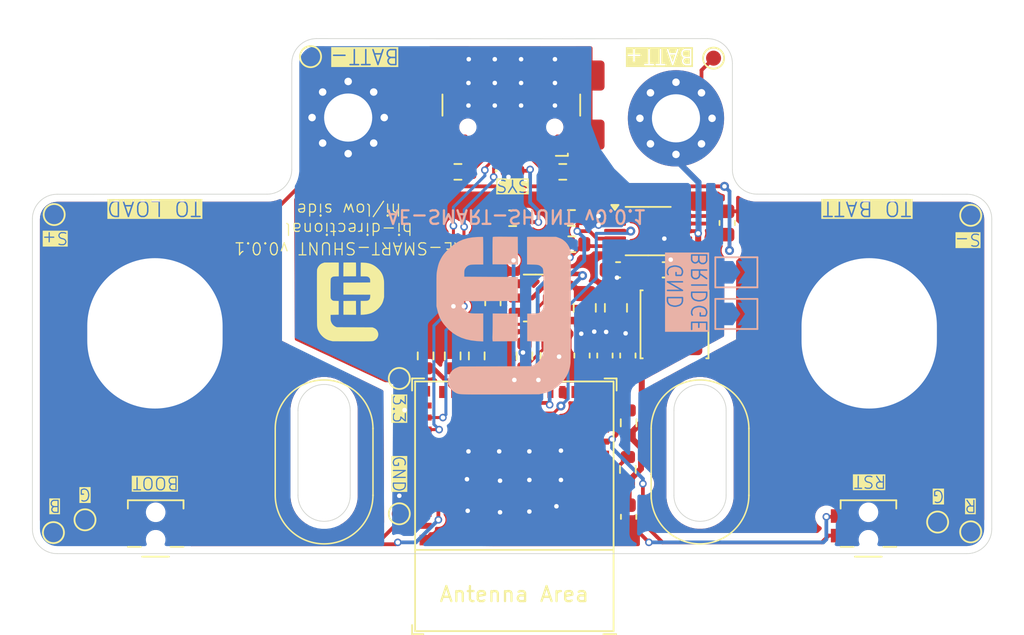
<source format=kicad_pcb>
(kicad_pcb (version 20241229) (generator "pcbnew") (generator_version "9.0")
  (title_block (title "AE-Smart-Shunt") (date "2024-11-20") (rev "v0.0.1") (company "Ace's Electronics"))
  (layers (0 "F.Cu" signal) (2 "B.Cu" signal) (13 "F.Paste" user) (15 "B.Paste" user) (5 "F.SilkS" user "F.Silkscreen") (7 "B.SilkS" user "B.Silkscreen") (1 "F.Mask" user) (3 "B.Mask" user) (25 "Edge.Cuts" user))
  (net 0 "")
  (net 1 "USBD-")
  (net 2 "USBD+")
  (net 3 "USB_VBUS")
  (net 4 "Net-(J4-CC2)")
  (net 6 "Net-(J4-CC1)")
  (net 8 "LED")
  (net 9 "Net-(U1-EN{slash}CHIP_PU)")
  (net 10 "Net-(U1-GPIO2{slash}ADC1_CH2)")
  (net 11 "Net-(U1-GPIO8)")
  (net 12 "Net-(U1-GPIO9)")
  (net 13 "ALERT")
  (net 14 "Net-(U5-VBST)")
  (net 15 "Net-(U5-SW)")
  (net 16 "SHUNT-")
  (net 34 "SCL")
  (net 35 "+3.3V")
  (net 36 "SDA")
  (net 37 "GND")
  (net 38 "BATTV")
  (net 40 "SHUNT+")
  (net 43 "Net-(D1-A)")
  (net 44 "Net-(U5-VFB)")
  (footprint "PCM_Espressif:ESP32-C3-MINI-1" (layer "F.Cu") (at 142.65 91.500001 180)
    (property "Reference" "U1" (hide yes))
    (property "Value" "ESP32-C3-MINI-1" (hide yes))
  )
  (footprint "TestPoint:TestPoint_Pad_D1.0mm" (layer "F.Cu") (at 129.1 61.6)
    (property "Reference" "TP4" (hide yes))
    (property "Value" "TestPoint")
  )
  (footprint "Capacitor_SMD:C_0603_1608Metric" (layer "F.Cu") (at 150.25 92.2 -90)
    (property "Reference" "C5" (hide yes))
    (property "Value" "100nF" (hide yes))
  )
  (footprint "Resistor_SMD:R_0603_1608Metric" (layer "F.Cu") (at 146.45 72.325)
    (property "Reference" "R3" (hide yes))
    (property "Value" "5.1k" (hide yes))
  )
  (footprint "TestPoint:TestPoint_Pad_D1.0mm" (layer "F.Cu") (at 112.05 72.1)
    (property "Reference" "TP7" (hide yes))
    (property "Value" "TestPoint")
  )
  (footprint "Inductor_SMD:L_APV_ANR4030" (layer "F.Cu") (at 153.3 79.4 -90)
    (property "Reference" "L1" (hide yes))
    (property "Value" "3.3uH")
  )
  (footprint "Resistor_SMD:R_0603_1608Metric" (layer "F.Cu") (at 144.925 81.525 90)
    (property "Reference" "R11" (hide yes))
    (property "Value" "33.2k")
  )
  (footprint "TestPoint:TestPoint_Pad_D1.0mm" (layer "F.Cu") (at 170.8 92.55)
    (property "Reference" "TP4" (hide yes))
    (property "Value" "TestPoint")
  )
  (footprint "Resistor_SMD:R_0603_1608Metric" (layer "F.Cu") (at 142.537893 72.343386)
    (property "Reference" "R1" (hide yes))
    (property "Value" "10k" (hide yes))
  )
  (footprint "LED_SMD:LED_0402_1005Metric" (layer "F.Cu") (at 142.53 69.19)
    (property "Reference" "D1" (hide yes))
    (property "Value" "Green_LED" (hide yes))
  )
  (footprint "Resistor_SMD:R_0603_1608Metric" (layer "F.Cu") (at 138.9 69.26)
    (property "Reference" "R10" (hide yes))
    (property "Value" "5.1k")
  )
  (footprint "TestPoint:TestPoint_Pad_D1.0mm" (layer "F.Cu") (at 173 72.15)
    (property "Reference" "TP6" (hide yes))
    (property "Value" "TestPoint")
  )
  (footprint "TestPoint:TestPoint_Pad_D1.0mm" (layer "F.Cu") (at 135 83)
    (property "Reference" "TP9" (hide yes))
    (property "Value" "TestPoint")
  )
  (footprint "Capacitor_SMD:C_0603_1608Metric" (layer "F.Cu") (at 147.15 81.475 90)
    (property "Reference" "C10" (hide yes))
    (property "Value" "22uF")
  )
  (footprint "Acea:MountingHole_10.5mm" (layer "F.Cu") (at 118.75 80)
    (property "Reference" "J1" (hide yes))
    (property "Value" "SHUNT +" (hide yes))
  )
  (footprint "Resistor_SMD:R_0603_1608Metric" (layer "F.Cu") (at 140.15 81.5 -90)
    (property "Reference" "R4" (hide yes))
    (property "Value" "5.1k")
  )
  (footprint "Resistor_SMD:R_0603_1608Metric" (layer "F.Cu") (at 138.55 81.5 -90)
    (property "Reference" "R7" (hide yes))
    (property "Value" "10k")
  )
  (footprint "TestPoint:TestPoint_Pad_D1.0mm" (layer "F.Cu") (at 155.9 61.7)
    (property "Reference" "TP3" (hide yes))
    (property "Value" "TestPoint")
  )
  (footprint "TestPoint:TestPoint_Pad_D1.0mm" (layer "F.Cu") (at 112 93.25)
    (property "Reference" "TP5" (hide yes))
    (property "Value" "TestPoint")
  )
  (footprint "TestPoint:TestPoint_Pad_D1.0mm" (layer "F.Cu") (at 173 93.2)
    (property "Reference" "TP8" (hide yes))
    (property "Value" "TestPoint")
  )
  (footprint "MountingHole:MountingHole_3.2mm_M3_Pad_Via" (layer "F.Cu") (at 131.6 65.65)
    (property "Reference" "J5" (hide yes))
    (property "Value" "GND" (hide yes))
  )
  (footprint "Package_TO_SOT_SMD:SOT-23-6" (layer "F.Cu") (at 144.075 77.65 180)
    (property "Reference" "U5" (hide yes))
    (property "Value" "TPS562201")
  )
  (footprint "Capacitor_SMD:C_0805_2012Metric" (layer "F.Cu") (at 147.332467 78.304108 -90)
    (property "Reference" "C6" (hide yes))
    (property "Value" "10uF")
  )
  (footprint "Acea:ALPSALPINE-SKSCLBE010_C115361" (layer "F.Cu") (at 118.8 92.8 180)
    (property "Reference" "SW2" (hide yes))
    (property "Value" "SW_Push" (hide yes))
  )
  (footprint "Capacitor_SMD:C_0603_1608Metric" (layer "F.Cu") (at 156.806727 72.660548 -90)
    (property "Reference" "C8" (hide yes))
    (property "Value" "100nF")
  )
  (footprint "Capacitor_SMD:C_0603_1608Metric" (layer "F.Cu") (at 141.225 78 -90)
    (property "Reference" "C7" (hide yes))
    (property "Value" "100nF")
  )
  (footprint "Capacitor_SMD:C_0603_1608Metric" (layer "F.Cu") (at 150.2 81.475 90)
    (property "Reference" "C3" (hide yes))
    (property "Value" "22uF")
  )
  (footprint "Capacitor_SMD:C_0805_2012Metric" (layer "F.Cu") (at 149.407467 78.304108 -90)
    (property "Reference" "C4" (hide yes))
    (property "Value" "10uF")
  )
  (footprint "Resistor_SMD:R_0603_1608Metric" (layer "F.Cu") (at 136.75 81.5 -90)
    (property "Reference" "R8" (hide yes))
    (property "Value" "10k" (hide yes))
  )
  (footprint "Capacitor_SMD:C_0603_1608Metric" (layer "F.Cu") (at 149.55 75.775 180)
    (property "Reference" "C1" (hide yes))
    (property "Value" "10uF" (hide yes))
  )
  (footprint "Acea:MountingHole_10.5mm" (layer "F.Cu") (at 166.25 80)
    (property "Reference" "J2" (hide yes))
    (property "Value" "SHUNT -" (hide yes))
  )
  (footprint "Acea:ae_5mm" (layer "F.Cu") (at 131.775 77.85 180)
    (property "Reference" "G***" (hide yes))
    (property "Value" "LOGO" (hide yes))
  )
  (footprint "MountingHole:MountingHole_3.2mm_M3_Pad_Via" (layer "F.Cu") (at 153.4 65.7)
    (property "Reference" "J3" (hide yes))
    (property "Value" "VIn" (hide yes))
  )
  (footprint "Capacitor_SMD:C_0603_1608Metric" (layer "F.Cu") (at 152.65 75.775)
    (property "Reference" "C2" (hide yes))
    (property "Value" "100nF" (hide yes))
  )
  (footprint "Resistor_SMD:R_0603_1608Metric" (layer "F.Cu") (at 150.2 89.05 90)
    (property "Reference" "R6" (hide yes))
    (property "Value" "10k")
  )
  (footprint "Connector_USB:USB_C_Receptacle_GCT_USB4110" (layer "F.Cu") (at 142.45 63.68 180)
    (property "Reference" "J4" (hide yes))
    (property "Value" "USB_C_Receptacle_USB2.0")
  )
  (footprint "Package_SO:VSSOP-10_3x3mm_P0.5mm" (layer "F.Cu") (at 151.55 73.2)
    (property "Reference" "U4" (hide yes))
    (property "Value" "INA226" (hide yes))
  )
  (footprint "Acea:ALPSALPINE-SKSCLBE010_C115361" (layer "F.Cu") (at 166.2 92.8 180)
    (property "Reference" "SW1" (hide yes))
    (property "Value" "SW_Push" (hide yes))
  )
  (footprint "Resistor_SMD:R_0603_1608Metric" (layer "F.Cu") (at 143.325 81.5 90)
    (property "Reference" "R12" (hide yes))
    (property "Value" "10k")
  )
  (footprint "TestPoint:TestPoint_Pad_D1.0mm" (layer "F.Cu") (at 114.1 92.4)
    (property "Reference" "TP4" (hide yes))
    (property "Value" "TestPoint")
  )
  (footprint "Resistor_SMD:R_0603_1608Metric" (layer "F.Cu") (at 145.87 69.26 180)
    (property "Reference" "R9" (hide yes))
    (property "Value" "5.1k")
  )
  (footprint "TestPoint:TestPoint_Pad_D1.0mm" (layer "F.Cu") (at 135 92)
    (property "Reference" "TP4" (hide yes))
    (property "Value" "TestPoint")
  )
  (footprint "Resistor_SMD:R_0603_1608Metric" (layer "F.Cu") (at 150.25 85.95 90)
    (property "Reference" "R5" (hide yes))
    (property "Value" "10k")
  )
  (footprint "Resistor_SMD:R_0603_1608Metric" (layer "F.Cu") (at 146.475 74.075)
    (property "Reference" "R2" (hide yes))
    (property "Value" "5.1k" (hide yes))
  )
  (footprint "Capacitor_SMD:C_0603_1608Metric" (layer "F.Cu") (at 148.675 81.475 90)
    (property "Reference" "C9" (hide yes))
    (property "Value" "22uF")
  )
  (footprint "Acea:ae_10mm" (layer "B.Cu") (at 141.9 78.7)
    (property "Reference" "G***" (hide yes))
    (property "Value" "LOGO" (hide yes))
  )
  (footprint "Jumper:SolderJumper-2_P1.3mm_Open_TrianglePad1.0x1.5mm" (layer "B.Cu") (at 157.415001 78.71)
    (property "Reference" "JP1" (hide yes))
    (property "Value" "SolderJumper_2_Open")
  )
  (footprint "Jumper:SolderJumper-2_P1.3mm_Open_TrianglePad1.0x1.5mm" (layer "B.Cu") (at 157.415001 75.94)
    (property "Reference" "JP1" (hide yes))
    (property "Value" "SolderJumper_2_Open")
  )
  (gr_line (start 158.25 90.8) (end 158.25 86.3) (stroke (width 0.1)) (layer "F.SilkS"))
  (gr_line (start 126.75 90.8) (end 126.75 86.3) (stroke (width 0.1)) (layer "F.SilkS"))
  (gr_arc (start 151.75 86.35) (mid 155 83.1) (end 158.25 86.35) (stroke (width 0.1)) (layer "F.SilkS"))
  (gr_line (start 133.25 90.8) (end 133.25 86.3) (stroke (width 0.1)) (layer "F.SilkS"))
  (gr_line (start 151.75 91) (end 151.75 86.3) (stroke (width 0.1)) (layer "F.SilkS"))
  (gr_arc (start 126.75 86.35) (mid 130 83.1) (end 133.25 86.35) (stroke (width 0.1)) (layer "F.SilkS"))
  (gr_arc (start 133.25 90.75) (mid 130 94) (end 126.75 90.75) (stroke (width 0.1)) (layer "F.SilkS"))
  (gr_arc (start 158.249432 90.749999) (mid 154.999432 93.999999) (end 151.749432 90.749999) (stroke (width 0.1)) (layer "F.SilkS"))
  (gr_line (start 128.263288 90.763288) (end 128.263288 85.136712) (stroke (width 0.05)) (layer "Edge.Cuts"))
  (gr_arc (start 112.25 94.65) (mid 111.083274 94.166726) (end 110.6 93) (stroke (width 0.05)) (layer "Edge.Cuts"))
  (gr_arc (start 155.5 60.4) (mid 156.666726 60.883274) (end 157.15 62.05) (stroke (width 0.05)) (layer "Edge.Cuts"))
  (gr_arc (start 172.75 70.75) (mid 173.916726 71.233274) (end 174.4 72.4) (stroke (width 0.05)) (layer "Edge.Cuts"))
  (gr_arc (start 131.736712 90.763288) (mid 130 92.5) (end 128.263288 90.763288) (stroke (width 0.05)) (layer "Edge.Cuts"))
  (gr_arc (start 158.799369 70.743179) (mid 157.633302 70.260395) (end 157.149778 69.094635) (stroke (width 0.05)) (layer "Edge.Cuts"))
  (gr_line (start 155.5 60.4) (end 145.85 60.40768) (stroke (width 0.05)) (layer "Edge.Cuts"))
  (gr_line (start 174.4 72.4) (end 174.4 93) (stroke (width 0.05)) (layer "Edge.Cuts"))
  (gr_line (start 156.736712 90.763288) (end 156.736712 85.136712) (stroke (width 0.05)) (layer "Edge.Cuts"))
  (gr_arc (start 128.263288 85.136712) (mid 130 83.4) (end 131.736712 85.136712) (stroke (width 0.05)) (layer "Edge.Cuts"))
  (gr_line (start 131.736712 90.763288) (end 131.736712 85.136712) (stroke (width 0.05)) (layer "Edge.Cuts"))
  (gr_line (start 110.6 93) (end 110.6 72.4) (stroke (width 0.05)) (layer "Edge.Cuts"))
  (gr_arc (start 127.85 62.05) (mid 128.333274 60.883274) (end 129.5 60.4) (stroke (width 0.05)) (layer "Edge.Cuts"))
  (gr_arc (start 110.6 72.4) (mid 111.083274 71.233274) (end 112.25 70.75) (stroke (width 0.05)) (layer "Edge.Cuts"))
  (gr_arc (start 153.263288 85.136712) (mid 155 83.4) (end 156.736712 85.136712) (stroke (width 0.05)) (layer "Edge.Cuts"))
  (gr_line (start 153.263288 90.763288) (end 153.263288 85.136712) (stroke (width 0.05)) (layer "Edge.Cuts"))
  (gr_line (start 158.799369 70.743179) (end 172.75 70.75) (stroke (width 0.05)) (layer "Edge.Cuts"))
  (gr_line (start 126.199906 70.745378) (end 112.25 70.75) (stroke (width 0.05)) (layer "Edge.Cuts"))
  (gr_line (start 145.85 60.40768) (end 129.5 60.4) (stroke (width 0.05)) (layer "Edge.Cuts"))
  (gr_arc (start 127.849284 69.098141) (mid 127.365436 70.263043) (end 126.199906 70.745378) (stroke (width 0.05)) (layer "Edge.Cuts"))
  (gr_arc (start 156.736712 90.763288) (mid 155 92.5) (end 153.263288 90.763288) (stroke (width 0.05)) (layer "Edge.Cuts"))
  (gr_line (start 157.15 62.05) (end 157.149778 69.094635) (stroke (width 0.05)) (layer "Edge.Cuts"))
  (gr_line (start 127.85 62.05) (end 127.849284 69.098141) (stroke (width 0.05)) (layer "Edge.Cuts"))
  (gr_line (start 172.74232 94.650011) (end 112.24232 94.650011) (stroke (width 0.05)) (layer "Edge.Cuts"))
  (gr_arc (start 174.4 93) (mid 173.916726 94.166726) (end 172.75 94.65) (stroke (width 0.05)) (layer "Edge.Cuts"))
  (gr_text "JLCJLCJLCJLC" (at 162.875 87.775 180) (layer "B.Cu") (effects (font (size 0.8 0.8) (thickness 0.15) (bold yes)) (justify left bottom mirror)))
  (gr_text "3.3" (at 134.5 85.025 270) (layer "F.SilkS" knockout) (effects (font (size 0.8 0.8) (thickness 0.08)) (justify bottom)))
  (gr_text "TO BATT" (at 166.1 71.1 180) (layer "F.SilkS" knockout) (effects (font (size 1 1) (thickness 0.1)) (justify bottom)))
  (gr_text "RST" (at 166.3 89.4 180) (layer "F.SilkS" knockout) (effects (font (size 0.8 0.8) (thickness 0.08)) (justify bottom)))
  (gr_text "R" (at 173 91 180) (layer "F.SilkS" knockout) (effects (font (size 0.8 0.8) (thickness 0.08)) (justify bottom)))
  (gr_text "S-" (at 172.8 73.3 180) (layer "F.SilkS" knockout) (effects (font (size 0.8 0.8) (thickness 0.08)) (justify bottom)))
  (gr_text "S+" (at 112.1 73.2 180) (layer "F.SilkS" knockout) (effects (font (size 0.8 0.8) (thickness 0.08)) (justify bottom)))
  (gr_text "AE-SMART-SHUNT v0.0.1\nbi-directional\nhi/low side" (at 131.65 71.3 180) (layer "F.SilkS") (effects (font (size 0.8 0.8) (thickness 0.08)) (justify bottom)))
  (gr_text "BOOT" (at 118.8 89.5 180) (layer "F.SilkS" knockout) (effects (font (size 0.8 0.8) (thickness 0.08)) (justify bottom)))
  (gr_text "TO LOAD" (at 118.7 71.1 180) (layer "F.SilkS" knockout) (effects (font (size 1 1) (thickness 0.1)) (justify bottom)))
  (gr_text "B" (at 112.1 91 180) (layer "F.SilkS" knockout) (effects (font (size 0.8 0.8) (thickness 0.08)) (justify bottom)))
  (gr_text "BATT+" (at 152.3 61 180) (layer "F.SilkS" knockout) (effects (font (size 1 1) (thickness 0.1)) (justify bottom)))
  (gr_text "SYS" (at 142.53 69.72 180) (layer "F.SilkS" knockout) (effects (font (size 0.8 0.8) (thickness 0.09)) (justify bottom)))
  (gr_text "G" (at 170.85 90.35 180) (layer "F.SilkS" knockout) (effects (font (size 0.8 0.8) (thickness 0.08)) (justify bottom)))
  (gr_text "BATT-" (at 132.7 61 180) (layer "F.SilkS" knockout) (effects (font (size 1 1) (thickness 0.1)) (justify bottom)))
  (gr_text "GND" (at 134.5 89.35 270) (layer "F.SilkS" knockout) (effects (font (size 0.8 0.8) (thickness 0.08)) (justify bottom)))
  (gr_text "G" (at 114.1 90.25 180) (layer "F.SilkS" knockout) (effects (font (size 0.8 0.8) (thickness 0.08)) (justify bottom)))
  (gr_text "GND \nBRIDGE" (at 155.57 77.24 90) (layer "B.SilkS" knockout) (effects (font (size 1 1) (thickness 0.1)) (justify bottom mirror)))
  (gr_text "AE-SMART-SHUNT v0.0.1" (at 134.1 71.7 180) (layer "B.SilkS") (effects (font (size 0.9 0.9)) (justify left bottom mirror)))
  (segment (start 137.9 85.6) (end 136.750001 85.6) (width 0.2) (layer "F.Cu") (net 1))
  (segment (start 143.2 67.36) (end 143.2 67.968824) (width 0.2) (layer "F.Cu") (net 1))
  (segment (start 141.707638 68.569) (end 141.901 68.569) (width 0.2) (layer "F.Cu") (net 1))
  (segment (start 139.309885 72.917934) (end 139.300003 72.927816) (width 0.2) (layer "F.Cu") (net 1))
  (segment (start 141.275 69.6) (end 141.275 69.001638) (width 0.2) (layer "F.Cu") (net 1))
  (segment (start 143.2 67.968824) (end 142.932824 68.236) (width 0.2) (layer "F.Cu") (net 1))
  (segment (start 141.901 68.569) (end 142.350588 68.119412) (width 0.2) (layer "F.Cu") (net 1))
  (segment (start 142.2 67.968824) (end 142.2 67.36) (width 0.2) (layer "F.Cu") (net 1))
  (segment (start 139.300003 72.927816) (end 139.300003 78.2) (width 0.2) (layer "F.Cu") (net 1))
  (segment (start 142.350588 68.119412) (end 142.2 67.968824) (width 0.2) (layer "F.Cu") (net 1))
  (segment (start 142.467176 68.236) (end 142.350588 68.119412) (width 0.2) (layer "F.Cu") (net 1))
  (segment (start 142.932824 68.236) (end 142.467176 68.236) (width 0.2) (layer "F.Cu") (net 1))
  (segment (start 141.275 69.001638) (end 141.707638 68.569) (width 0.2) (layer "F.Cu") (net 1))
  (via (at 141.275 69.6) (size 0.5) (drill 0.3) (layers "F.Cu" "B.Cu") (net 1))
  (via (at 139.300003 78.2) (size 0.5) (drill 0.3) (layers "F.Cu" "B.Cu") (net 1))
  (via (at 139.309885 72.917934) (size 0.5) (drill 0.3) (layers "F.Cu" "B.Cu") (net 1))
  (via (at 137.9 85.6) (size 0.5) (drill 0.3) (layers "F.Cu" "B.Cu") (net 1))
  (segment (start 139.325 72.902819) (end 139.309885 72.917934) (width 0.2) (layer "B.Cu") (net 1))
  (segment (start 139.300003 78.2) (end 139.300003 78.599997) (width 0.2) (layer "B.Cu") (net 1))
  (segment (start 139.300003 78.599997) (end 138.1 79.8) (width 0.2) (layer "B.Cu") (net 1))
  (segment (start 139.325 71.775) (end 139.325 72.902819) (width 0.2) (layer "B.Cu") (net 1))
  (segment (start 141.275 69.825) (end 139.325 71.775) (width 0.2) (layer "B.Cu") (net 1))
  (segment (start 138.1 79.8) (end 138.1 85.4) (width 0.2) (layer "B.Cu") (net 1))
  (segment (start 141.275 69.6) (end 141.275 69.825) (width 0.2) (layer "B.Cu") (net 1))
  (segment (start 138.1 85.4) (end 137.9 85.6) (width 0.2) (layer "B.Cu") (net 1))
  (segment (start 140.646898 69.06264) (end 141.7 68.009538) (width 0.2) (layer "F.Cu") (net 2))
  (segment (start 140.690214 69.143316) (end 140.646898 69.1) (width 0.2) (layer "F.Cu") (net 2))
  (segment (start 142.7 67.36) (end 142.7 66.751176) (width 0.2) (layer "F.Cu") (net 2))
  (segment (start 140.646898 69.1) (end 140.646898 69.06264) (width 0.2) (layer "F.Cu") (net 2))
  (segment (start 142.432824 66.484) (end 141.967176 66.484) (width 0.2) (layer "F.Cu") (net 2))
  (segment (start 141.967176 66.484) (end 141.7 66.751176) (width 0.2) (layer "F.Cu") (net 2))
  (segment (start 141.7 68.009538) (end 141.7 67.36) (width 0.2) (layer "F.Cu") (net 2))
  (segment (start 142.7 66.751176) (end 142.432824 66.484) (width 0.2) (layer "F.Cu") (net 2))
  (segment (start 137.65 86.4) (end 136.75 86.4) (width 0.2) (layer "F.Cu") (net 2))
  (segment (start 138.6 72.85) (end 138.6 78.2) (width 0.2) (layer "F.Cu") (net 2))
  (segment (start 141.7 66.751176) (end 141.7 67.36) (width 0.2) (layer "F.Cu") (net 2))
  (via (at 138.6 78.2) (size 0.5) (drill 0.3) (layers "F.Cu" "B.Cu") (net 2))
  (via (at 140.690214 69.143316) (size 0.5) (drill 0.3) (layers "F.Cu" "B.Cu") (net 2))
  (via (at 137.65 86.4) (size 0.5) (drill 0.3) (layers "F.Cu" "B.Cu") (net 2))
  (via (at 138.6 72.85) (size 0.5) (drill 0.3) (layers "F.Cu" "B.Cu") (net 2))
  (segment (start 137.65 86.4) (end 137.3 86.05) (width 0.2) (layer "B.Cu") (net 2))
  (segment (start 140.690214 69.143316) (end 140.690214 69.520578) (width 0.2) (layer "B.Cu") (net 2))
  (segment (start 137.3 79.5) (end 138.6 78.2) (width 0.2) (layer "B.Cu") (net 2))
  (segment (start 137.3 86.05) (end 137.3 79.5) (width 0.2) (layer "B.Cu") (net 2))
  (segment (start 138.6 71.610792) (end 138.6 72.85) (width 0.2) (layer "B.Cu") (net 2))
  (segment (start 140.690214 69.520578) (end 138.6 71.610792) (width 0.2) (layer "B.Cu") (net 2))
  (segment (start 144.061281 66.033) (end 144.85 66.821719) (width 0.3) (layer "F.Cu") (net 3))
  (segment (start 140.847466 66.033) (end 144.061281 66.033) (width 0.3) (layer "F.Cu") (net 3))
  (segment (start 144.85 66.821719) (end 144.85 67.36) (width 0.3) (layer "F.Cu") (net 3))
  (segment (start 140.05 66.830466) (end 140.847466 66.033) (width 0.3) (layer "F.Cu") (net 3))
  (segment (start 140.05 67.36) (end 140.05 66.830466) (width 0.3) (layer "F.Cu") (net 3))
  (segment (start 140.7 67.36) (end 140.7 68.285) (width 0.3) (layer "F.Cu") (net 4))
  (segment (start 140.7 68.285) (end 139.725 69.26) (width 0.3) (layer "F.Cu") (net 4))
  (segment (start 144.72 69.26) (end 145.045 69.26) (width 0.3) (layer "F.Cu") (net 6))
  (segment (start 143.7 68.24) (end 144.72 69.26) (width 0.3) (layer "F.Cu") (net 6))
  (segment (start 143.7 67.359999) (end 143.7 68.24) (width 0.3) (layer "F.Cu") (net 6))
  (segment (start 141.715 74.265) (end 141.715 72.345493) (width 0.25) (layer "F.Cu") (net 8))
  (segment (start 142.65 83.1) (end 142.65 84.149999) (width 0.25) (layer "F.Cu") (net 8))
  (segment (start 142.6 75.15) (end 141.715 74.265) (width 0.25) (layer "F.Cu") (net 8))
  (via (at 142.6 75.15) (size 0.5) (drill 0.3) (layers "F.Cu" "B.Cu") (net 8))
  (via (at 142.65 83.1) (size 0.5) (drill 0.3) (layers "F.Cu" "B.Cu") (net 8))
  (segment (start 142.6 83.05) (end 142.6 75.15) (width 0.25) (layer "B.Cu") (net 8))
  (segment (start 142.65 83.1) (end 142.6 83.05) (width 0.25) (layer "B.Cu") (net 8))
  (segment (start 172.3 93.9) (end 173 93.2) (width 0.25) (layer "F.Cu") (net 9))
  (segment (start 151.2 92.6) (end 151.2 90) (width 0.25) (layer "F.Cu") (net 9))
  (segment (start 163.55 93.45) (end 163.1 93.9) (width 0.25) (layer "F.Cu") (net 9))
  (segment (start 149.45 86.75) (end 149.45 85.925) (width 0.25) (layer "F.Cu") (net 9))
  (segment (start 168.45 93.9) (end 172.3 93.9) (width 0.25) (layer "F.Cu") (net 9))
  (segment (start 149.45 85.925) (end 150.25 85.125) (width 0.25) (layer "F.Cu") (net 9))
  (segment (start 163.1 93.9) (end 152.5 93.9) (width 0.25) (layer "F.Cu") (net 9))
  (segment (start 168 93.45) (end 167.05 93.45) (width 0.25) (layer "F.Cu") (net 9))
  (segment (start 164.9 92.95) (end 164.4 93.45) (width 0.25) (layer "F.Cu") (net 9))
  (segment (start 148.999999 87.200001) (end 149.45 86.75) (width 0.25) (layer "F.Cu") (net 9))
  (segment (start 166.55 92.95) (end 164.9 92.95) (width 0.25) (layer "F.Cu") (net 9))
  (segment (start 164.4 93.45) (end 163.55 93.45) (width 0.25) (layer "F.Cu") (net 9))
  (segment (start 152.5 93.9) (end 151.2 92.6) (width 0.25) (layer "F.Cu") (net 9))
  (segment (start 167.05 93.45) (end 166.55 92.95) (width 0.25) (layer "F.Cu") (net 9))
  (segment (start 148.55 87.200001) (end 148.999999 87.200001) (width 0.25) (layer "F.Cu") (net 9))
  (segment (start 168 93.45) (end 168.45 93.9) (width 0.25) (layer "F.Cu") (net 9))
  (via (at 149.15 87.05) (size 0.5) (drill 0.3) (layers "F.Cu" "B.Cu") (net 9))
  (via (at 151.2 90) (size 0.5) (drill 0.3) (layers "F.Cu" "B.Cu") (net 9))
  (segment (start 149.15 87.622073) (end 151.2 89.672073) (width 0.25) (layer "B.Cu") (net 9))
  (segment (start 149.15 87.05) (end 149.15 87.622073) (width 0.25) (layer "B.Cu") (net 9))
  (segment (start 151.2 89.672073) (end 151.2 90) (width 0.25) (layer "B.Cu") (net 9))
  (segment (start 148.824999 89.600001) (end 150.2 88.225) (width 0.25) (layer "F.Cu") (net 10))
  (segment (start 139.45 83.1) (end 138.8 82.45) (width 0.3) (layer "F.Cu") (net 11))
  (segment (start 139.45 84.15) (end 139.45 83.1) (width 0.3) (layer "F.Cu") (net 11))
  (segment (start 136.8 82.275) (end 137.225 82.275) (width 0.3) (layer "F.Cu") (net 12))
  (segment (start 138.649999 86.363172) (end 138.649999 84.15) (width 0.25) (layer "F.Cu") (net 12))
  (segment (start 137.6 87.413171) (end 138.649999 86.363172) (width 0.25) (layer "F.Cu") (net 12))
  (segment (start 117.5 92.95) (end 120.1 92.95) (width 0.25) (layer "F.Cu") (net 12))
  (segment (start 137.6 92.399998) (end 137.6 87.413171) (width 0.25) (layer "F.Cu") (net 12))
  (segment (start 112 93.25) (end 112.55 93.8) (width 0.25) (layer "F.Cu") (net 12))
  (segment (start 117 93.45) (end 117.5 92.95) (width 0.25) (layer "F.Cu") (net 12))
  (segment (start 134.775 94.025011) (end 121.175011 94.025011) (width 0.25) (layer "F.Cu") (net 12))
  (segment (start 138.401 83.451) (end 138.649999 83.699999) (width 0.3) (layer "F.Cu") (net 12))
  (segment (start 134.9 93.900011) (end 134.775 94.025011) (width 0.25) (layer "F.Cu") (net 12))
  (segment (start 138.099001 83.149001) (end 138.401 83.149001) (width 0.3) (layer "F.Cu") (net 12))
  (segment (start 112.55 93.8) (end 116.65 93.8) (width 0.25) (layer "F.Cu") (net 12))
  (segment (start 121.175011 94.025011) (end 120.6 93.45) (width 0.25) (layer "F.Cu") (net 12))
  (segment (start 137.225 82.275) (end 138.099001 83.149001) (width 0.3) (layer "F.Cu") (net 12))
  (segment (start 116.65 93.8) (end 117 93.45) (width 0.25) (layer "F.Cu") (net 12))
  (segment (start 137.600002 92.4) (end 137.6 92.399998) (width 0.25) (layer "F.Cu") (net 12))
  (segment (start 138.401 83.149001) (end 138.401 83.451) (width 0.3) (layer "F.Cu") (net 12))
  (segment (start 120.1 92.95) (end 120.6 93.45) (width 0.25) (layer "F.Cu") (net 12))
  (via (at 137.600002 92.4) (size 0.5) (drill 0.3) (layers "F.Cu" "B.Cu") (net 12))
  (via (at 134.9 93.900011) (size 0.5) (drill 0.3) (layers "F.Cu" "B.Cu") (net 12))
  (segment (start 136.099991 93.900011) (end 137.600002 92.4) (width 0.25) (layer "B.Cu") (net 12))
  (segment (start 134.9 93.900011) (end 136.099991 93.900011) (width 0.25) (layer "B.Cu") (net 12))
  (segment (start 140.25 84.302001) (end 141.249002 85.301003) (width 0.2) (layer "F.Cu") (net 13))
  (segment (start 140.25 83.900001) (end 140.25 84.302001) (width 0.2) (layer "F.Cu") (net 13))
  (segment (start 141.249002 85.301003) (end 145.274631 85.301003) (width 0.2) (layer "F.Cu") (net 13))
  (segment (start 145.274631 85.301003) (end 145.745734 84.8299) (width 0.2) (layer "F.Cu") (net 13))
  (segment (start 140.25 83.900001) (end 140.25 83.425) (width 0.2) (layer "F.Cu") (net 13))
  (segment (start 140.25 83.425) (end 140.3 83.375) (width 0.2) (layer "F.Cu") (net 13))
  (segment (start 150.389353 73.2) (end 149.35 73.2) (width 0.2) (layer "F.Cu") (net 13))
  (segment (start 140.3 83.375) (end 140.3 82.475) (width 0.2) (layer "F.Cu") (net 13))
  (via (at 150.389353 73.2) (size 0.6) (drill 0.3) (layers "F.Cu" "B.Cu") (net 13))
  (via (at 145.745734 84.8299) (size 0.6) (drill 0.3) (layers "F.Cu" "B.Cu") (net 13))
  (segment (start 150.238353 73.351) (end 150.389353 73.2) (width 0.2) (layer "B.Cu") (net 13))
  (segment (start 146.226 84.349634) (end 146.226 78.251) (width 0.2) (layer "B.Cu") (net 13))
  (segment (start 145.745734 84.8299) (end 146.226 84.349634) (width 0.2) (layer "B.Cu") (net 13))
  (segment (start 146.226 78.251) (end 146.2 78.225) (width 0.2) (layer "B.Cu") (net 13))
  (segment (start 148.1 76.325) (end 148.1 73.351) (width 0.2) (layer "B.Cu") (net 13))
  (segment (start 146.2 78.225) (end 148.1 76.325) (width 0.2) (layer "B.Cu") (net 13))
  (segment (start 148.1 73.351) (end 150.238353 73.351) (width 0.2) (layer "B.Cu") (net 13))
  (segment (start 141.225 78.775) (end 142.887499 78.775) (width 0.2) (layer "F.Cu") (net 14))
  (segment (start 141.69911 79.526) (end 141.82511 79.4) (width 0.2) (layer "F.Cu") (net 15))
  (segment (start 145.708389 77.65) (end 145.2125 77.65) (width 0.4) (layer "F.Cu") (net 15))
  (segment (start 144.249 79.065967) (end 144.249 78.259031) (width 0.2) (layer "F.Cu") (net 15))
  (segment (start 141.82511 79.4) (end 143.914967 79.4) (width 0.2) (layer "F.Cu") (net 15))
  (segment (start 146.358389 78.3) (end 145.708389 77.65) (width 0.4) (layer "F.Cu") (net 15))
  (segment (start 144.249 78.259031) (end 144.858031 77.65) (width 0.2) (layer "F.Cu") (net 15))
  (segment (start 140.75089 79.526) (end 141.69911 79.526) (width 0.2) (layer "F.Cu") (net 15))
  (segment (start 146.569293 78.3) (end 146.358389 78.3) (width 0.4) (layer "F.Cu") (net 15))
  (segment (start 148.644293 78.3) (end 148.080437 78.3) (width 0.4) (layer "F.Cu") (net 15))
  (segment (start 150.151445 78.303992) (end 148.648285 78.303992) (width 0.4) (layer "F.Cu") (net 15))
  (segment (start 153 77.875) (end 152.575 78.3) (width 0.4) (layer "F.Cu") (net 15))
  (segment (start 140.449 78.001) (end 140.449 79.22411) (width 0.2) (layer "F.Cu") (net 15))
  (segment (start 150.155437 78.3) (end 150.151445 78.303992) (width 0.4) (layer "F.Cu") (net 15))
  (segment (start 140.449 79.22411) (end 140.75089 79.526) (width 0.2) (layer "F.Cu") (net 15))
  (segment (start 146.573285 78.303992) (end 146.569293 78.3) (width 0.4) (layer "F.Cu") (net 15))
  (segment (start 148.648285 78.303992) (end 148.644293 78.3) (width 0.4) (layer "F.Cu") (net 15))
  (segment (start 143.914967 79.4) (end 144.249 79.065967) (width 0.2) (layer "F.Cu") (net 15))
  (segment (start 141.225 77.225) (end 140.449 78.001) (width 0.2) (layer "F.Cu") (net 15))
  (segment (start 148.080437 78.3) (end 148.076445 78.303992) (width 0.4) (layer "F.Cu") (net 15))
  (segment (start 148.076445 78.303992) (end 146.573285 78.303992) (width 0.4) (layer "F.Cu") (net 15))
  (segment (start 152.575 78.3) (end 150.155437 78.3) (width 0.4) (layer "F.Cu") (net 15))
  (segment (start 156.806727 71.885548) (end 158.135548 71.885548) (width 0.25) (layer "F.Cu") (net 16))
  (segment (start 153.75 72.2) (end 156.492275 72.2) (width 0.25) (layer "F.Cu") (net 16))
  (segment (start 158.135548 71.885548) (end 166.25 80) (width 0.25) (layer "F.Cu") (net 16))
  (segment (start 156.492275 72.2) (end 156.806727 71.885548) (width 0.25) (layer "F.Cu") (net 16))
  (segment (start 147.1 74.2) (end 147.721819 74.2) (width 0.25) (layer "F.Cu") (net 34))
  (segment (start 149.35 74.2) (end 147.425 74.2) (width 0.25) (layer "F.Cu") (net 34))
  (segment (start 144.25 83.1) (end 144.25 84.15) (width 0.25) (layer "F.Cu") (net 34))
  (segment (start 146.35 74.95) (end 147.1 74.2) (width 0.25) (layer "F.Cu") (net 34))
  (via (at 146.35 74.95) (size 0.5) (drill 0.3) (layers "F.Cu" "B.Cu") (net 34))
  (via (at 144.25 83.1) (size 0.5) (drill 0.3) (layers "F.Cu" "B.Cu") (net 34))
  (segment (start 144.2 77.05) (end 146.3 74.95) (width 0.25) (layer "B.Cu") (net 34))
  (segment (start 144.2 83.05) (end 144.2 77.05) (width 0.25) (layer "B.Cu") (net 34))
  (segment (start 144.25 83.1) (end 144.2 83.05) (width 0.25) (layer "B.Cu") (net 34))
  (segment (start 146.3 74.95) (end 146.35 74.95) (width 0.25) (layer "B.Cu") (net 34))
  (segment (start 148.55 91.200001) (end 150.025001 91.200001) (width 0.4) (layer "F.Cu") (net 35))
  (segment (start 151.075 87.6) (end 150.25 86.775) (width 0.4) (layer "F.Cu") (net 35))
  (segment (start 153.05 74.2) (end 153.75 74.2) (width 0.25) (layer "F.Cu") (net 35))
  (segment (start 151.075 89) (end 151.075 87.6) (width 0.4) (layer "F.Cu") (net 35))
  (segment (start 150.25 86.775) (end 151.125 85.9) (width 0.4) (layer "F.Cu") (net 35))
  (segment (start 151.125 82.8) (end 153.025 80.9) (width 0.4) (layer "F.Cu") (net 35))
  (segment (start 151.85 75.95) (end 150.35 75.95) (width 0.25) (layer "F.Cu") (net 35))
  (segment (start 151.875 75.375) (end 153.05 74.2) (width 0.25) (layer "F.Cu") (net 35))
  (segment (start 150.2 89.875) (end 151.075 89) (width 0.4) (layer "F.Cu") (net 35))
  (segment (start 151.125 85.9) (end 151.125 82.8) (width 0.4) (layer "F.Cu") (net 35))
  (segment (start 151.875 75.775) (end 151.875 75.375) (width 0.25) (layer "F.Cu") (net 35))
  (segment (start 150.25 91.425) (end 150.25 89.925) (width 0.4) (layer "F.Cu") (net 35))
  (segment (start 149.35 73.699999) (end 148.148003 73.699999) (width 0.25) (layer "F.Cu") (net 36))
  (segment (start 145 84.750003) (end 144.875998 84.626001) (width 0.25) (layer "F.Cu") (net 36))
  (segment (start 141.324 84.524) (end 141.324 84.424) (width 0.25) (layer "F.Cu") (net 36))
  (segment (start 147.650676 73.202672) (end 146.834147 73.202672) (width 0.25) (layer "F.Cu") (net 36))
  (segment (start 141.426001 84.626001) (end 141.324 84.524) (width 0.25) (layer "F.Cu") (net 36))
  (segment (start 144.875998 84.626001) (end 141.426001 84.626001) (width 0.25) (layer "F.Cu") (net 36))
  (segment (start 146.834147 73.202672) (end 146.834147 72.765853) (width 0.25) (layer "F.Cu") (net 36))
  (segment (start 146.834147 72.765853) (end 147.275 72.325) (width 0.25) (layer "F.Cu") (net 36))
  (segment (start 141.324 84.424) (end 141.05 84.15) (width 0.25) (layer "F.Cu") (net 36))
  (segment (start 148.148003 73.699999) (end 147.650676 73.202672) (width 0.25) (layer "F.Cu") (net 36))
  (via (at 146.834147 73.202672) (size 0.5) (drill 0.3) (layers "F.Cu" "B.Cu") (net 36))
  (via (at 145 84.750003) (size 0.5) (drill 0.3) (layers "F.Cu" "B.Cu") (net 36))
  (segment (start 145.55 76.9) (end 145.563173 76.9) (width 0.25) (layer "B.Cu") (net 36))
  (segment (start 147.3 73.668525) (end 146.834147 73.202672) (width 0.25) (layer "B.Cu") (net 36))
  (segment (start 145.563173 76.9) (end 147.3 75.163173) (width 0.25) (layer "B.Cu") (net 36))
  (segment (start 145 84.750003) (end 145 77.45) (width 0.25) (layer "B.Cu") (net 36))
  (segment (start 147.3 75.163173) (end 147.3 73.668525) (width 0.25) (layer "B.Cu") (net 36))
  (segment (start 145 77.45) (end 145.55 76.9) (width 0.25) (layer "B.Cu") (net 36))
  (segment (start 119.575 91.125) (end 120.6 92.15) (width 0.25) (layer "F.Cu") (net 37))
  (segment (start 150.05 79.896641) (end 149.407467 79.254108) (width 0.4) (layer "F.Cu") (net 37))
  (segment (start 129.1 61.6) (end 130.15 61.6) (width 0.25) (layer "F.Cu") (net 37))
  (segment (start 149.35 72.2) (end 148.25 72.2) (width 0.25) (layer "F.Cu") (net 37))
  (segment (start 150.05 80.575) (end 150.05 80) (width 0.4) (layer "F.Cu") (net 37))
  (segment (start 148.755788 79.905788) (end 149.407467 79.254108) (width 0.4) (layer "F.Cu") (net 37))
  (segment (start 130.15 61.6) (end 131.752944 63.202944) (width 0.25) (layer "F.Cu") (net 37))
  (segment (start 164.55 92.15) (end 165.575 91.125) (width 0.25) (layer "F.Cu") (net 37))
  (segment (start 136.7 84.1) (end 136.35 84.1) (width 0.25) (layer "F.Cu") (net 37))
  (segment (start 148.575 80.625) (end 148.575 80.086575) (width 0.4) (layer "F.Cu") (net 37))
  (segment (start 146.025 79.15) (end 149.184526 79.15) (width 0.5) (layer "F.Cu") (net 37))
  (segment (start 142.045 69.382518) (end 142.261798 69.599316) (width 0.2) (layer "F.Cu") (net 37))
  (segment (start 148.575 80.496641) (end 147.96418 79.88582) (width 0.4) (layer "F.Cu") (net 37))
  (segment (start 148.349999 72.700001) (end 148.25 72.8) (width 0.25) (layer "F.Cu") (net 37))
  (segment (start 153.05 75.4) (end 153.425 75.775) (width 0.25) (layer "F.Cu") (net 37))
  (segment (start 136.35 84.1) (end 135.35 85.1) (width 0.25) (layer "F.Cu") (net 37))
  (segment (start 147.1 80.65) (end 147.1 80.025) (width 0.4) (layer "F.Cu") (net 37))
  (segment (start 147.1 80.025) (end 147.1 79.486575) (width 0.4) (layer "F.Cu") (net 37))
  (segment (start 163.4 92.2) (end 164.35 92.2) (width 0.25) (layer "F.Cu") (net 37))
  (segment (start 153.05 75.1) (end 153.05 75.4) (width 0.25) (layer "F.Cu") (net 37))
  (segment (start 149.47716 76.296273) (end 149.246273 76.296273) (width 0.25) (layer "F.Cu") (net 37))
  (segment (start 149.246273 76.296273) (end 148.925 75.975) (width 0.25) (layer "F.Cu") (net 37))
  (segment (start 135 92.5) (end 135 92) (width 0.25) (layer "F.Cu") (net 37))
  (segment (start 149.35 72.700001) (end 148.349999 72.700001) (width 0.25) (layer "F.Cu") (net 37))
  (segment (start 152.625001 73.699999) (end 153.75 73.699999) (width 0.25) (layer "F.Cu") (net 37))
  (segment (start 165.575 91.125) (end 166.975 91.125) (width 0.25) (layer "F.Cu") (net 37))
  (segment (start 150.675 92.975) (end 151.6 93.9) (width 0.25) (layer "F.Cu") (net 37))
  (segment (start 136.749999 93.8) (end 137.75 93.8) (width 0.25) (layer "F.Cu") (net 37))
  (segment (start 150.05 80) (end 150.05 79.896641) (width 0.4) (layer "F.Cu") (net 37))
  (segment (start 147.15 80.7) (end 150.2 80.7) (width 0.4) (layer "F.Cu") (net 37))
  (segment (start 135 90.8) (end 135 92) (width 0.25) (layer "F.Cu") (net 37))
  (segment (start 137.75 93.8) (end 137.85 93.7) (width 0.25) (layer "F.Cu") (net 37))
  (segment (start 143.325 81.175) (end 143.225 81.275) (width 0.3) (layer "F.Cu") (net 37))
  (segment (start 122.525011 93.575011) (end 133.924989 93.575011) (width 0.25) (layer "F.Cu") (net 37))
  (segment (start 147.96418 79.88582) (end 147.332467 79.254108) (width 0.4) (layer "F.Cu") (net 37))
  (segment (start 145.474999 78.599999) (end 146.025 79.15) (width 0.5) (layer "F.Cu") (net 37))
  (segment (start 118.025 91.125) (end 119.575 91.125) (width 0.25) (layer "F.Cu") (net 37))
  (segment (start 148.575 80.086575) (end 148.755788 79.905788) (width 0.4) (layer "F.Cu") (net 37))
  (segment (start 142.045 69.19) (end 142.045 69.382518) (width 0.2) (layer "F.Cu") (net 37))
  (segment (start 150.25 92.975) (end 150.675 92.975) (width 0.25) (layer "F.Cu") (net 37))
  (segment (start 168 92.15) (end 170.4 92.15) (width 0.25) (layer "F.Cu") (net 37))
  (segment (start 143.325 80.675) (end 143.325 81.175) (width 0.3) (layer "F.Cu") (net 37))
  (segment (start 170.4 92.15) (end 170.8 92.55) (width 0.25) (layer "F.Cu") (net 37))
  (segment (start 121.1 92.15) (end 122.525011 93.575011) (width 0.25) (layer "F.Cu") (net 37))
  (segment (start 116.7 92.4) (end 114.1 92.4) (width 0.25) (layer "F.Cu") (net 37))
  (segment (start 166.975 91.125) (end 168 92.15) (width 0.25) (layer "F.Cu") (net 37))
  (segment (start 133.924989 93.575011) (end 135 92.5) (width 0.25) (layer "F.Cu") (net 37))
  (segment (start 117 92.15) (end 118.025 91.125) (width 0.25) (layer "F.Cu") (net 37))
  (via (at 139.55 91.8) (size 0.5) (drill 0.3) (layers "F.Cu" "B.Cu") (net 37))
  (via (at 139.6 87.85) (size 0.5) (drill 0.3) (layers "F.Cu" "B.Cu") (net 37))
  (via (at 143.65 89.75) (size 0.5) (drill 0.3) (layers "F.Cu" "B.Cu") (net 37))
  (via (at 135.35 85.1) (size 0.5) (drill 0.3) (layers "F.Cu" "B.Cu") (net 37))
  (via (at 141.7 89.8) (size 0.5) (drill 0.3) (layers "F.Cu" "B.Cu") (net 37))
  (via (at 148.755788 79.905788) (size 0.6) (drill 0.3) (layers "F.Cu" "B.Cu") (net 37))
  (via (at 143.1 61.77) (size 0.6) (drill 0.3) (layers "F.Cu" "B.Cu") (net 37))
  (via (at 151.6 93.9) (size 0.5) (drill 0.3) (layers "F.Cu" "B.Cu") (net 37))
  (via (at 139.6 64.85) (size 0.6) (drill 0.3) (layers "F.Cu" "B.Cu") (net 37))
  (via (at 152.625001 73.699999) (size 0.5) (drill 0.3) (layers "F.Cu" "B.Cu") (net 37))
  (via (at 142.261798 69.599316) (size 0.6) (drill 0.3) (layers "F.Cu" "B.Cu") (net 37))
  (via (at 150.05 80) (size 0.6) (drill 0.3) (layers "F.Cu" "B.Cu") (net 37))
  (via (at 147.96418 79.88582) (size 0.6) (drill 0.3) (layers "F.Cu" "B.Cu") (net 37))
  (via (at 145.75 87.8) (size 0.5) (drill 0.3) (layers "F.Cu" "B.Cu") (net 37))
  (via (at 141.35 64.85) (size 0.6) (drill 0.3) (layers "F.Cu" "B.Cu") (net 37))
  (via (at 143.225 81.275) (size 0.6) (drill 0.3) (layers "F.Cu" "B.Cu") (net 37))
  (via (at 143.65 87.85) (size 0.5) (drill 0.3) (layers "F.Cu" "B.Cu") (net 37))
  (via (at 139.5 89.7) (size 0.5) (drill 0.3) (layers "F.Cu" "B.Cu") (net 37))
  (via (at 149.47716 76.296273) (size 0.5) (drill 0.3) (layers "F.Cu" "B.Cu") (net 37))
  (via (at 148.25 72.2) (size 0.5) (drill 0.3) (layers "F.Cu" "B.Cu") (net 37))
  (via (at 163.4 92.2) (size 0.5) (drill 0.3) (layers "F.Cu" "B.Cu") (net 37))
  (via (at 145.45 91.5) (size 0.5) (drill 0.3) (layers "F.Cu" "B.Cu") (net 37))
  (via (at 135 90.8) (size 0.5) (drill 0.3) (layers "F.Cu" "B.Cu") (net 37))
  (via (at 141.644337 87.85) (size 0.5) (drill 0.3) (layers "F.Cu" "B.Cu") (net 37))
  (via (at 153.05 75.1) (size 0.5) (drill 0.3) (layers "F.Cu" "B.Cu") (net 37))
  (via (at 141.35 61.77) (size 0.6) (drill 0.3) (layers "F.Cu" "B.Cu") (net 37))
  (via (at 143.1 63.35) (size 0.6) (drill 0.3) (layers "F.Cu" "B.Cu") (net 37))
  (via (at 139.62 61.77) (size 0.6) (drill 0.3) (layers "F.Cu" "B.Cu") (net 37))
  (via (at 141.7 91.9) (size 0.5) (drill 0.3) (layers "F.Cu" "B.Cu") (net 37))
  (via (at 145.75 89.75) (size 0.5) (drill 0.3) (layers "F.Cu" "B.Cu") (net 37))
  (via (at 145.35 63.35) (size 0.6) (drill 0.3) (layers "F.Cu" "B.Cu") (net 37))
  (via (at 148.25 72.8) (size 0.5) (drill 0.3) (layers "F.Cu" "B.Cu") (net 37))
  (via (at 139.6 63.35) (size 0.6) (drill 0.3) (layers "F.Cu" "B.Cu") (net 37))
  (via (at 141.35 63.35) (size 0.6) (drill 0.3) (layers "F.Cu" "B.Cu") (net 37))
  (via (at 145.35 64.85) (size 0.6) (drill 0.3) (layers "F.Cu" "B.Cu") (net 37))
  (via (at 145.35 61.77) (size 0.6) (drill 0.3) (layers "F.Cu" "B.Cu") (net 37))
  (via (at 147.1 80.025) (size 0.6) (drill 0.3) (layers "F.Cu" "B.Cu") (net 37))
  (via (at 143.65 91.85) (size 0.5) (drill 0.3) (layers "F.Cu" "B.Cu") (net 37))
  (via (at 143.1 64.85) (size 0.6) (drill 0.3) (layers "F.Cu" "B.Cu") (net 37))
  (segment (start 163.2 93.9) (end 163.4 93.7) (width 0.25) (layer "B.Cu") (net 37))
  (segment (start 163.4 93.7) (end 163.4 92.2) (width 0.25) (layer "B.Cu") (net 37))
  (segment (start 151.6 93.9) (end 163.2 93.9) (width 0.25) (layer "B.Cu") (net 37))
  (segment (start 155.097056 62.502944) (end 155.9 61.7) (width 0.25) (layer "F.Cu") (net 38))
  (segment (start 149.407467 77.354108) (end 147.332467 77.354108) (width 0.4) (layer "F.Cu") (net 38))
  (segment (start 154.1 76.725) (end 154.875 75.95) (width 0.4) (layer "F.Cu") (net 38))
  (segment (start 154.724999 73.2) (end 153.75 73.2) (width 0.25) (layer "F.Cu") (net 38))
  (segment (start 154.875 75.95) (end 154.875 73.350001) (width 0.4) (layer "F.Cu") (net 38))
  (segment (start 142.9375 77.65) (end 143.837322 77.65) (width 0.3) (layer "F.Cu") (net 38))
  (segment (start 150.225001 76.725) (end 154.1 76.725) (width 0.4) (layer "F.Cu") (net 38))
  (segment (start 146.425 76.700001) (end 147.190203 77.465204) (width 0.4) (layer "F.Cu") (net 38))
  (segment (start 143.837322 77.65) (end 144.787321 76.700001) (width 0.3) (layer "F.Cu") (net 38))
  (segment (start 149.484797 77.465204) (end 150.225001 76.725) (width 0.4) (layer "F.Cu") (net 38))
  (segment (start 155.097056 64.002944) (end 155.097056 62.502944) (width 0.25) (layer "F.Cu") (net 38))
  (segment (start 145.2125 76.700001) (end 146.425 76.700001) (width 0.4) (layer "F.Cu") (net 38))
  (segment (start 154.875 73.350001) (end 154.724999 73.2) (width 0.25) (layer "F.Cu") (net 38))
  (via (at 154.875 73.350001) (size 0.5) (drill 0.3) (layers "F.Cu" "B.Cu") (net 38))
  (segment (start 154.9 73.325001) (end 154.9 69.95768) (width 0.4) (layer "B.Cu") (net 38))
  (segment (start 154.9 69.95768) (end 153.4 68.45768) (width 0.4) (layer "B.Cu") (net 38))
  (segment (start 154.875 73.350001) (end 154.9 73.325001) (width 0.4) (layer "B.Cu") (net 38))
  (segment (start 153.750001 72.700001) (end 156.07118 72.700001) (width 0.25) (layer "F.Cu") (net 40))
  (segment (start 156.07118 72.700001) (end 156.806727 73.435548) (width 0.25) (layer "F.Cu") (net 40))
  (segment (start 128.345685 70.224315) (end 118.75 79.82) (width 0.25) (layer "F.Cu") (net 40))
  (segment (start 156.626399 70.224315) (end 128.345685 70.224315) (width 0.25) (layer "F.Cu") (net 40))
  (segment (start 156.96 73.588821) (end 156.96 74.49) (width 0.25) (layer "F.Cu") (net 40))
  (via (at 156.96 74.49) (size 0.6) (drill 0.3) (layers "F.Cu" "B.Cu") (net 40))
  (via (at 156.626399 70.224315) (size 0.6) (drill 0.3) (layers "F.Cu" "B.Cu") (net 40))
  (segment (start 156.96 70.557916) (end 156.626399 70.224315) (width 0.25) (layer "B.Cu") (net 40))
  (segment (start 156.96 74.49) (end 156.96 70.557916) (width 0.25) (layer "B.Cu") (net 40))
  (segment (start 144.25 72.6) (end 143.619507 72.6) (width 0.25) (layer "F.Cu") (net 43))
  (segment (start 143.7 69.1) (end 143.6 69.1) (width 0.25) (layer "F.Cu") (net 43))
  (segment (start 143.6 69.1) (end 143.51 69.19) (width 0.25) (layer "F.Cu") (net 43))
  (segment (start 143.19 69.19) (end 143 69) (width 0.25) (layer "F.Cu") (net 43))
  (segment (start 143.51 69.19) (end 143.19 69.19) (width 0.25) (layer "F.Cu") (net 43))
  (via (at 144.25 72.6) (size 0.5) (drill 0.3) (layers "F.Cu" "B.Cu") (net 43))
  (via (at 143.7 69.1) (size 0.5) (drill 0.3) (layers "F.Cu" "B.Cu") (net 43))
  (segment (start 143.7 71.3) (end 144.25 71.85) (width 0.25) (layer "B.Cu") (net 43))
  (segment (start 143.7 69.1) (end 143.7 71.3) (width 0.25) (layer "B.Cu") (net 43))
  (segment (start 144.25 71.85) (end 144.25 72.6) (width 0.25) (layer "B.Cu") (net 43))
  (segment (start 143.5885 76.049001) (end 147.074001 76.049001) (width 0.3) (layer "F.Cu") (net 44))
  (segment (start 142.9375 76.700001) (end 143.5885 76.049001) (width 0.3) (layer "F.Cu") (net 44))
  (segment (start 145.625 81.4) (end 144.925 80.7) (width 0.2) (layer "F.Cu") (net 44))
  (segment (start 144.925 80.7) (end 143.325 82.3) (width 0.2) (layer "F.Cu") (net 44))
  (segment (start 145.625 81.55) (end 145.625 81.4) (width 0.2) (layer "F.Cu") (net 44))
  (segment (start 147.074001 76.049001) (end 147.186029 76.161029) (width 0.3) (layer "F.Cu") (net 44))
  (via (at 147.186029 76.161029) (size 0.6) (drill 0.3) (layers "F.Cu" "B.Cu") (net 44))
  (via (at 145.625 81.55) (size 0.6) (drill 0.3) (layers "F.Cu" "B.Cu") (net 44))
  (segment (start 145.55 77.797058) (end 147.186029 76.161029) (width 0.3) (layer "B.Cu") (net 44))
  (segment (start 145.55 80.5) (end 145.55 77.797058) (width 0.3) (layer "B.Cu") (net 44))
  (segment (start 145.625 81.55) (end 145.625 80.575) (width 0.3) (layer "B.Cu") (net 44))
  (segment (start 145.625 80.575) (end 145.55 80.5) (width 0.3) (layer "B.Cu") (net 44))
  (zone (net 37) (net_name "GND") (layer "F.Cu") (priority 4) (connect_pads yes (clearance 0.22)) (min_thickness 0.22) (fill yes (thermal_gap 0.5) (thermal_bridge_width 0.5) (island_removal_mode 1) (island_area_min 10))
    (polygon (pts (xy 138 91.8) (xy 136.4 94.1) (xy 151 94.25) (xy 151 91.95) (xy 147.9 91.9) (xy 147.9 85.4) (xy 149.05 85.4) (xy 149.1 83.6) (xy 145.6 83.6) (xy 145.6 84.75) (xy 138 84.9)))
  )
  (zone (net 37) (net_name "GND") (layer "F.Cu") (priority 5) (connect_pads yes (clearance 0.5)) (min_thickness 0.25) (fill yes (thermal_gap 0.5) (thermal_bridge_width 0.5))
    (polygon (pts (xy 136.95 69.6) (xy 136.95 60.1) (xy 147.85 60.1) (xy 147.85 69.5) (xy 136.95 69.45)))
  )
  (zone (net 35) (net_name "+3.3V") (layer "F.Cu") (priority 2) (connect_pads yes (clearance 0.22)) (min_thickness 0.22) (fill yes (thermal_gap 0.5) (thermal_bridge_width 0.5) (island_removal_mode 1) (island_area_min 10))
    (polygon (pts (xy 128 70) (xy 128.05 80.45) (xy 134.05 83.25) (xy 150.9 83.3) (xy 156.6 80.2) (xy 156.651762 69.994941)))
  )
  (zone (net 40) (net_name "SHUNT+") (layers "F.Cu" "B.Cu") (priority 1) (connect_pads yes (clearance 0.5)) (min_thickness 0.25) (fill yes (thermal_gap 0.5) (thermal_bridge_width 0.5))
    (polygon (pts (xy 110 70) (xy 110 94.6) (xy 134 94.6) (xy 133.95 83.8) (xy 127.2 80.5) (xy 127.2 70)))
  )
  (zone (net 16) (net_name "SHUNT-") (layers "F.Cu" "B.Cu") (priority 1) (connect_pads yes (clearance 0.5)) (min_thickness 0.25) (fill yes (thermal_gap 0.5) (thermal_bridge_width 0.5))
    (polygon (pts (xy 157.4 70) (xy 157.4 80.4) (xy 150.9 83.9) (xy 150.8 94.651026) (xy 175 94.7) (xy 175 70)))
  )
  (zone (net 37) (net_name "GND") (layer "B.Cu") (connect_pads yes (clearance 0.3)) (min_thickness 0.2) (fill yes (thermal_gap 0.5) (thermal_bridge_width 0.5))
    (polygon (pts (xy 128.05 60.05) (xy 147.8 60.1) (xy 147.75 66.1) (xy 148.35 67.7) (xy 149.3 69.05) (xy 150.3 70) (xy 156.65 70) (xy 156.6 80.2) (xy 150.7 83.4) (xy 150.8 95.4) (xy 134.5 95.3) (xy 134.6 83.4) (xy 128.05 80.3)))
  )
)
</source>
